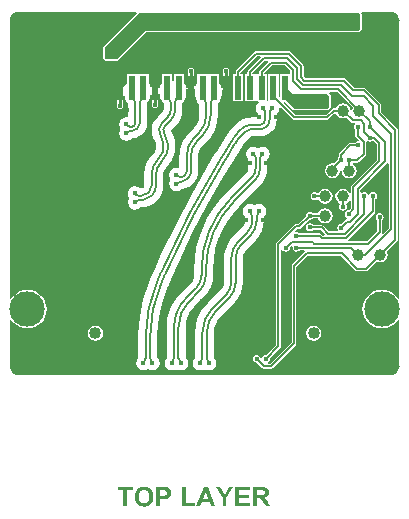
<source format=gtl>
G04*
G04 #@! TF.GenerationSoftware,Altium Limited,Altium Designer,22.5.1 (42)*
G04*
G04 Layer_Physical_Order=1*
G04 Layer_Color=255*
%FSLAX25Y25*%
%MOIN*%
G70*
G04*
G04 #@! TF.SameCoordinates,A2539C74-7FEE-43BD-A04A-5197B4AA8E51*
G04*
G04*
G04 #@! TF.FilePolarity,Positive*
G04*
G01*
G75*
%ADD12R,0.02402X0.07874*%
%ADD13R,0.10551X0.14173*%
%ADD14C,0.03937*%
%ADD21C,0.00755*%
%ADD22C,0.00755*%
%ADD23C,0.00600*%
%ADD24C,0.01000*%
%ADD25C,0.04016*%
%ADD26C,0.11811*%
%ADD27C,0.01600*%
G36*
X121789Y99004D02*
X122514Y98704D01*
X123137Y98226D01*
X123615Y97604D01*
X123915Y96879D01*
X124012Y96144D01*
X124003Y96100D01*
Y3593D01*
X123518Y3471D01*
X123462Y3576D01*
X122661Y4551D01*
X121686Y5352D01*
X120573Y5946D01*
X119366Y6313D01*
X118110Y6436D01*
X116855Y6313D01*
X115647Y5946D01*
X114534Y5352D01*
X113559Y4551D01*
X112759Y3576D01*
X112164Y2463D01*
X111797Y1256D01*
X111674Y0D01*
X111797Y-1256D01*
X112164Y-2463D01*
X112759Y-3576D01*
X113559Y-4551D01*
X114534Y-5352D01*
X115647Y-5946D01*
X116855Y-6313D01*
X118110Y-6436D01*
X119366Y-6313D01*
X120573Y-5946D01*
X121686Y-5352D01*
X122661Y-4551D01*
X123462Y-3576D01*
X123518Y-3471D01*
X124003Y-3593D01*
Y-18900D01*
X124012Y-18943D01*
X123915Y-19678D01*
X123615Y-20403D01*
X123137Y-21025D01*
X122514Y-21503D01*
X121789Y-21803D01*
X121054Y-21900D01*
X121011Y-21891D01*
X-2901D01*
X-2944Y-21900D01*
X-3679Y-21803D01*
X-4404Y-21503D01*
X-5027Y-21025D01*
X-5504Y-20403D01*
X-5805Y-19678D01*
X-5901Y-18943D01*
X-5893Y-18900D01*
Y-3593D01*
X-5408Y-3471D01*
X-5352Y-3576D01*
X-4551Y-4551D01*
X-3576Y-5352D01*
X-2463Y-5946D01*
X-1256Y-6313D01*
X0Y-6436D01*
X1256Y-6313D01*
X2463Y-5946D01*
X3576Y-5352D01*
X4551Y-4551D01*
X5352Y-3576D01*
X5946Y-2463D01*
X6313Y-1256D01*
X6436Y0D01*
X6313Y1256D01*
X5946Y2463D01*
X5352Y3576D01*
X4551Y4551D01*
X3576Y5352D01*
X2463Y5946D01*
X1256Y6313D01*
X0Y6436D01*
X-1256Y6313D01*
X-2463Y5946D01*
X-3576Y5352D01*
X-4551Y4551D01*
X-5352Y3576D01*
X-5408Y3471D01*
X-5893Y3593D01*
Y96100D01*
X-5901Y96144D01*
X-5805Y96879D01*
X-5504Y97604D01*
X-5027Y98226D01*
X-4404Y98704D01*
X-3679Y99004D01*
X-2944Y99101D01*
X-2901Y99092D01*
X36198D01*
X36389Y98630D01*
X25445Y87687D01*
X25287Y87304D01*
X25287Y87304D01*
Y83804D01*
X25287Y83804D01*
X25445Y83421D01*
X25445Y83421D01*
X25945Y82921D01*
X26328Y82763D01*
X26328Y82763D01*
X29828D01*
X29828Y82763D01*
X30211Y82921D01*
X39552Y92263D01*
X110328D01*
X110328Y92263D01*
X110711Y92421D01*
X110711Y92421D01*
X111211Y92921D01*
X111369Y93304D01*
X111369Y93304D01*
Y98304D01*
X111369Y98304D01*
X111250Y98592D01*
X111458Y99092D01*
X121011D01*
X121054Y99101D01*
X121789Y99004D01*
D02*
G37*
G36*
X110828Y98304D02*
Y93304D01*
X110328Y92804D01*
X39328D01*
X29828Y83304D01*
X26328D01*
X25828Y83804D01*
Y87304D01*
X37328Y98804D01*
X110328D01*
X110828Y98304D01*
D02*
G37*
G36*
X66330Y-63015D02*
Y-65698D01*
X65035D01*
Y-63006D01*
X62695Y-59297D01*
X64202D01*
X65710Y-61831D01*
X67181Y-59297D01*
X68670D01*
X66330Y-63015D01*
D02*
G37*
G36*
X78262Y-59306D02*
X78364D01*
X78466Y-59315D01*
X78586D01*
X78826Y-59343D01*
X79076Y-59371D01*
X79308Y-59417D01*
X79409Y-59445D01*
X79502Y-59472D01*
X79511D01*
X79520Y-59482D01*
X79576Y-59509D01*
X79659Y-59556D01*
X79770Y-59611D01*
X79890Y-59704D01*
X80010Y-59805D01*
X80131Y-59935D01*
X80242Y-60092D01*
Y-60101D01*
X80251Y-60111D01*
X80269Y-60138D01*
X80288Y-60166D01*
X80334Y-60259D01*
X80390Y-60379D01*
X80436Y-60527D01*
X80482Y-60693D01*
X80519Y-60888D01*
X80528Y-61091D01*
Y-61100D01*
Y-61119D01*
Y-61165D01*
X80519Y-61211D01*
Y-61276D01*
X80510Y-61341D01*
X80473Y-61507D01*
X80427Y-61702D01*
X80353Y-61896D01*
X80242Y-62099D01*
X80177Y-62192D01*
X80103Y-62284D01*
X80094Y-62294D01*
X80085Y-62303D01*
X80057Y-62331D01*
X80020Y-62358D01*
X79983Y-62395D01*
X79927Y-62442D01*
X79862Y-62488D01*
X79789Y-62534D01*
X79705Y-62590D01*
X79603Y-62636D01*
X79502Y-62682D01*
X79391Y-62728D01*
X79261Y-62775D01*
X79132Y-62812D01*
X78993Y-62849D01*
X78836Y-62876D01*
X78845D01*
X78854Y-62886D01*
X78910Y-62923D01*
X78984Y-62969D01*
X79076Y-63034D01*
X79187Y-63117D01*
X79298Y-63200D01*
X79418Y-63302D01*
X79520Y-63413D01*
X79530Y-63422D01*
X79576Y-63468D01*
X79631Y-63542D01*
X79715Y-63653D01*
X79826Y-63792D01*
X79881Y-63885D01*
X79946Y-63977D01*
X80020Y-64079D01*
X80094Y-64190D01*
X80177Y-64319D01*
X80260Y-64449D01*
X81046Y-65698D01*
X79492D01*
X78567Y-64310D01*
X78558Y-64301D01*
X78549Y-64273D01*
X78521Y-64236D01*
X78484Y-64190D01*
X78447Y-64134D01*
X78401Y-64060D01*
X78299Y-63912D01*
X78179Y-63746D01*
X78068Y-63598D01*
X77966Y-63459D01*
X77920Y-63413D01*
X77883Y-63367D01*
X77874Y-63357D01*
X77855Y-63339D01*
X77818Y-63302D01*
X77772Y-63256D01*
X77707Y-63219D01*
X77643Y-63172D01*
X77569Y-63135D01*
X77495Y-63098D01*
X77485D01*
X77457Y-63089D01*
X77411Y-63071D01*
X77337Y-63061D01*
X77245Y-63043D01*
X77134Y-63034D01*
X77004Y-63024D01*
X76588D01*
Y-65698D01*
X75293D01*
Y-59297D01*
X78179D01*
X78262Y-59306D01*
D02*
G37*
G36*
X74072Y-60379D02*
X70622D01*
Y-61794D01*
X73831D01*
Y-62876D01*
X70622D01*
Y-64615D01*
X74192D01*
Y-65698D01*
X69327D01*
Y-59297D01*
X74072D01*
Y-60379D01*
D02*
G37*
G36*
X62667Y-65698D02*
X61270D01*
X60715Y-64245D01*
X58144Y-64245D01*
X57616Y-65698D01*
X56247D01*
X58726Y-59297D01*
X60095D01*
X62667Y-65698D01*
D02*
G37*
G36*
X52760Y-64615D02*
X55979D01*
Y-65698D01*
X51465D01*
Y-59343D01*
X52760D01*
Y-64615D01*
D02*
G37*
G36*
X45443Y-59306D02*
X45684D01*
X45943Y-59324D01*
X46202Y-59343D01*
X46313Y-59352D01*
X46424Y-59361D01*
X46516Y-59380D01*
X46590Y-59398D01*
X46600D01*
X46618Y-59408D01*
X46646Y-59417D01*
X46683Y-59426D01*
X46784Y-59472D01*
X46914Y-59528D01*
X47053Y-59611D01*
X47210Y-59722D01*
X47358Y-59861D01*
X47506Y-60027D01*
Y-60037D01*
X47524Y-60046D01*
X47543Y-60074D01*
X47561Y-60111D01*
X47598Y-60166D01*
X47626Y-60222D01*
X47663Y-60286D01*
X47700Y-60360D01*
X47765Y-60545D01*
X47830Y-60749D01*
X47867Y-60999D01*
X47885Y-61267D01*
Y-61276D01*
Y-61295D01*
Y-61322D01*
Y-61369D01*
X47876Y-61415D01*
Y-61480D01*
X47857Y-61609D01*
X47830Y-61766D01*
X47793Y-61942D01*
X47737Y-62109D01*
X47663Y-62266D01*
X47654Y-62284D01*
X47626Y-62331D01*
X47580Y-62405D01*
X47515Y-62497D01*
X47441Y-62590D01*
X47339Y-62701D01*
X47238Y-62802D01*
X47117Y-62895D01*
X47099Y-62904D01*
X47062Y-62932D01*
X46997Y-62969D01*
X46914Y-63015D01*
X46812Y-63071D01*
X46701Y-63117D01*
X46581Y-63163D01*
X46452Y-63200D01*
X46433D01*
X46405Y-63209D01*
X46368D01*
X46322Y-63219D01*
X46257Y-63228D01*
X46192Y-63237D01*
X46109D01*
X46026Y-63246D01*
X45924Y-63256D01*
X45813Y-63265D01*
X45693Y-63274D01*
X45564D01*
X45425Y-63283D01*
X44278D01*
Y-65698D01*
X42983D01*
Y-59297D01*
X45342D01*
X45443Y-59306D01*
D02*
G37*
G36*
X35185Y-60379D02*
X33298D01*
Y-65698D01*
X32003D01*
Y-60379D01*
X30107D01*
Y-59297D01*
X35185D01*
Y-60379D01*
D02*
G37*
G36*
X38987Y-59186D02*
X39079D01*
X39200Y-59204D01*
X39338Y-59223D01*
X39496Y-59250D01*
X39662Y-59287D01*
X39838Y-59334D01*
X40023Y-59389D01*
X40208Y-59463D01*
X40402Y-59546D01*
X40587Y-59648D01*
X40772Y-59768D01*
X40948Y-59907D01*
X41114Y-60064D01*
X41124Y-60074D01*
X41151Y-60101D01*
X41197Y-60157D01*
X41244Y-60222D01*
X41309Y-60314D01*
X41383Y-60425D01*
X41456Y-60555D01*
X41540Y-60703D01*
X41623Y-60860D01*
X41697Y-61045D01*
X41771Y-61248D01*
X41836Y-61461D01*
X41891Y-61702D01*
X41928Y-61951D01*
X41956Y-62220D01*
X41965Y-62506D01*
Y-62525D01*
Y-62571D01*
X41956Y-62654D01*
Y-62765D01*
X41938Y-62895D01*
X41919Y-63043D01*
X41891Y-63219D01*
X41864Y-63394D01*
X41817Y-63589D01*
X41762Y-63792D01*
X41688Y-63996D01*
X41605Y-64199D01*
X41512Y-64393D01*
X41392Y-64588D01*
X41262Y-64773D01*
X41114Y-64948D01*
X41105Y-64958D01*
X41077Y-64985D01*
X41031Y-65032D01*
X40957Y-65087D01*
X40874Y-65152D01*
X40772Y-65226D01*
X40652Y-65300D01*
X40522Y-65383D01*
X40365Y-65466D01*
X40198Y-65540D01*
X40014Y-65614D01*
X39810Y-65679D01*
X39597Y-65735D01*
X39366Y-65781D01*
X39125Y-65809D01*
X38866Y-65818D01*
X38802D01*
X38728Y-65809D01*
X38635Y-65799D01*
X38515Y-65790D01*
X38376Y-65772D01*
X38219Y-65744D01*
X38052Y-65707D01*
X37868Y-65661D01*
X37692Y-65605D01*
X37497Y-65531D01*
X37312Y-65448D01*
X37118Y-65355D01*
X36942Y-65235D01*
X36767Y-65106D01*
X36600Y-64948D01*
X36591Y-64939D01*
X36563Y-64911D01*
X36526Y-64856D01*
X36471Y-64791D01*
X36406Y-64699D01*
X36332Y-64588D01*
X36258Y-64467D01*
X36184Y-64319D01*
X36101Y-64162D01*
X36027Y-63977D01*
X35953Y-63783D01*
X35888Y-63570D01*
X35833Y-63339D01*
X35796Y-63089D01*
X35768Y-62821D01*
X35759Y-62543D01*
Y-62534D01*
Y-62497D01*
Y-62451D01*
X35768Y-62377D01*
Y-62294D01*
X35777Y-62201D01*
X35786Y-62090D01*
X35796Y-61970D01*
X35833Y-61711D01*
X35879Y-61433D01*
X35953Y-61156D01*
X36045Y-60897D01*
Y-60888D01*
X36055Y-60878D01*
X36073Y-60851D01*
X36082Y-60814D01*
X36138Y-60721D01*
X36202Y-60601D01*
X36286Y-60462D01*
X36388Y-60323D01*
X36508Y-60166D01*
X36637Y-60018D01*
X36647Y-60009D01*
X36656Y-60000D01*
X36702Y-59953D01*
X36785Y-59879D01*
X36887Y-59796D01*
X37007Y-59704D01*
X37146Y-59602D01*
X37303Y-59509D01*
X37470Y-59435D01*
X37479D01*
X37497Y-59426D01*
X37534Y-59408D01*
X37581Y-59398D01*
X37636Y-59371D01*
X37701Y-59352D01*
X37784Y-59334D01*
X37868Y-59306D01*
X38071Y-59260D01*
X38302Y-59213D01*
X38570Y-59186D01*
X38848Y-59176D01*
X38913D01*
X38987Y-59186D01*
D02*
G37*
%LPC*%
G36*
X87092Y85984D02*
X87092Y85984D01*
X76192D01*
X76192Y85984D01*
X75880Y85922D01*
X75615Y85745D01*
X75615Y85745D01*
X69590Y79720D01*
X69413Y79455D01*
X69351Y79143D01*
X69351Y79143D01*
Y78239D01*
X68466D01*
Y69365D01*
X71867D01*
Y78239D01*
X70983D01*
Y78805D01*
X76530Y84352D01*
X77516D01*
X77723Y83852D01*
X73527Y79657D01*
X73350Y79392D01*
X73288Y79080D01*
X73288Y79080D01*
Y78239D01*
X72403D01*
Y69365D01*
X75804D01*
Y78239D01*
X74920D01*
Y78742D01*
X79030Y82852D01*
X80016D01*
X80223Y82352D01*
X77464Y79594D01*
X77287Y79329D01*
X77225Y79017D01*
X77225Y79017D01*
Y78239D01*
X76340D01*
Y69365D01*
X76992D01*
X77144Y68865D01*
X76794Y68632D01*
X76269Y67845D01*
X76215Y67574D01*
X76171Y67435D01*
Y67435D01*
X76171Y67435D01*
X76134Y67265D01*
X76134Y67265D01*
X76134Y67265D01*
X76112Y67092D01*
X76112Y67092D01*
X76112Y67092D01*
X76110Y67045D01*
X76084Y66918D01*
X76110Y66790D01*
X76112Y66743D01*
X76112Y66743D01*
X76112Y66743D01*
X76134Y66570D01*
X76134Y66570D01*
X76134Y66570D01*
X76171Y66400D01*
X76171Y66400D01*
Y66400D01*
X76215Y66263D01*
X76269Y65990D01*
X76794Y65204D01*
X76857Y65141D01*
Y63890D01*
X74621D01*
X74495Y63865D01*
X73244Y63741D01*
X71921Y63340D01*
X70702Y62688D01*
X69730Y61891D01*
X69624Y61820D01*
X69624D01*
Y61820D01*
X68624Y60821D01*
X68623Y60822D01*
X67018Y58942D01*
X66541Y58164D01*
X66360Y57971D01*
X66360Y57971D01*
X66360Y57970D01*
X62761Y52156D01*
X62677Y51932D01*
X59800Y47274D01*
X54410Y37808D01*
X49361Y28156D01*
X44660Y18330D01*
X42581Y13554D01*
X42445Y13358D01*
X40947Y9917D01*
X40900Y9702D01*
X39867Y7209D01*
X38624Y3263D01*
X37728Y-775D01*
X37188Y-4876D01*
X37008Y-9000D01*
X37006Y-9009D01*
Y-15823D01*
X36944Y-16297D01*
Y-16297D01*
X36418Y-17083D01*
X36362Y-17368D01*
X36322Y-17494D01*
Y-17494D01*
X36322Y-17494D01*
X36285Y-17664D01*
X36285Y-17664D01*
X36285Y-17664D01*
X36263Y-17837D01*
X36263Y-17837D01*
X36263Y-17837D01*
X36261Y-17874D01*
X36234Y-18011D01*
X36261Y-18148D01*
X36263Y-18186D01*
X36263Y-18186D01*
X36263Y-18186D01*
X36285Y-18359D01*
X36285Y-18359D01*
X36285Y-18359D01*
X36322Y-18529D01*
X36322Y-18529D01*
Y-18529D01*
X36362Y-18654D01*
X36418Y-18939D01*
X36944Y-19725D01*
X37730Y-20251D01*
X38658Y-20435D01*
X39586Y-20251D01*
X39943Y-20012D01*
X40373D01*
X40730Y-20251D01*
X41658Y-20435D01*
X42586Y-20251D01*
X43372Y-19725D01*
X43898Y-18939D01*
X43955Y-18652D01*
X43993Y-18529D01*
Y-18529D01*
X43993Y-18529D01*
X44032Y-18359D01*
X44032Y-18359D01*
X44032Y-18359D01*
X44055Y-18186D01*
X44055Y-18186D01*
X44055Y-18186D01*
X44057Y-18137D01*
X44082Y-18011D01*
X44057Y-17885D01*
X44055Y-17837D01*
X44055Y-17837D01*
X44055Y-17837D01*
X44032Y-17664D01*
X44032Y-17664D01*
X44032Y-17664D01*
X43993Y-17494D01*
X43993Y-17494D01*
Y-17494D01*
X43955Y-17370D01*
X43898Y-17083D01*
X43372Y-16297D01*
Y-16297D01*
X43310Y-15823D01*
Y-9009D01*
X43273Y-8823D01*
X43462Y-4975D01*
X44054Y-979D01*
X45036Y2940D01*
X46397Y6743D01*
X46669Y7318D01*
X46726Y7401D01*
X48223Y10839D01*
X48227Y10841D01*
X48227D01*
X50355Y15730D01*
X54960Y25354D01*
X59905Y34808D01*
X65185Y44079D01*
X68124Y48837D01*
X68121Y48838D01*
X71389Y54119D01*
X71411Y54143D01*
X71729Y54655D01*
X71770Y54765D01*
X71871Y54956D01*
X72734Y56007D01*
X73081Y56363D01*
X73081Y56363D01*
X74081Y57363D01*
X74081Y57363D01*
X74081Y57364D01*
X74098Y57388D01*
X74324Y57539D01*
X74592Y57592D01*
X74621Y57586D01*
X77488D01*
Y57585D01*
X78957Y57778D01*
X80325Y58345D01*
X81500Y59246D01*
X82402Y60421D01*
X82969Y61790D01*
X83162Y63258D01*
X83160D01*
Y65141D01*
X83223Y65204D01*
X83748Y65990D01*
X83804Y66273D01*
X83844Y66400D01*
Y66400D01*
X83844Y66400D01*
X83882Y66570D01*
X83882Y66570D01*
X83882Y66570D01*
X83905Y66743D01*
X83905Y66743D01*
X83905Y66743D01*
X83907Y66789D01*
X83933Y66918D01*
X83907Y67047D01*
X83905Y67092D01*
X84246Y67406D01*
X84353Y67448D01*
X88342Y63460D01*
X88342Y63460D01*
X88607Y63283D01*
X88919Y63221D01*
X99990D01*
X99990Y63221D01*
X100302Y63283D01*
X100566Y63460D01*
X102337Y65230D01*
X102600Y65217D01*
X102880Y65162D01*
X103397Y64388D01*
X104214Y63843D01*
X105177Y63651D01*
X106140Y63843D01*
X106265Y63926D01*
X107795Y62396D01*
X108060Y62220D01*
X108372Y62157D01*
X108372Y62157D01*
X108891D01*
X109017Y61967D01*
X109112Y61657D01*
X108880Y61311D01*
X108780Y60804D01*
X108880Y60297D01*
X109168Y59867D01*
X109289Y59785D01*
Y57814D01*
X109289Y57814D01*
X109351Y57502D01*
X109528Y57237D01*
X110398Y56367D01*
X110211Y55972D01*
X110160Y55898D01*
X109670Y55801D01*
X109240Y55513D01*
X109159Y55392D01*
X107629D01*
X107316Y55330D01*
X107052Y55153D01*
X107052Y55153D01*
X104000Y52101D01*
X103823Y51837D01*
X103761Y51525D01*
X103761Y51525D01*
Y50687D01*
X103640Y50605D01*
X103352Y50175D01*
X103252Y49668D01*
X103280Y49525D01*
X102314Y48558D01*
X101677Y48685D01*
X100714Y48493D01*
X99897Y47948D01*
X99352Y47131D01*
X99160Y46168D01*
X99352Y45205D01*
X99897Y44388D01*
X100714Y43843D01*
X101677Y43651D01*
X102640Y43843D01*
X103457Y44388D01*
X104002Y45205D01*
X104120Y45799D01*
X104172Y46059D01*
X104682D01*
X104734Y45799D01*
X104852Y45205D01*
X105397Y44388D01*
X106214Y43843D01*
X107177Y43651D01*
X108140Y43843D01*
X108957Y44388D01*
X109502Y45205D01*
X109694Y46168D01*
X109502Y47131D01*
X108957Y47948D01*
X108351Y48352D01*
X108503Y48852D01*
X109990D01*
X109990Y48852D01*
X110302Y48914D01*
X110567Y49091D01*
X112745Y51269D01*
X112745Y51269D01*
X112922Y51534D01*
X112984Y51846D01*
X112984Y51846D01*
Y55751D01*
X112984Y55751D01*
X112973Y55808D01*
X113423Y56109D01*
X113670Y55943D01*
X114177Y55843D01*
X114684Y55943D01*
X115114Y56231D01*
X115561Y55999D01*
X116512Y55048D01*
Y49657D01*
X108100Y41245D01*
X107923Y40980D01*
X107861Y40668D01*
X107861Y40668D01*
Y38994D01*
X107361Y38842D01*
X106957Y39448D01*
X106140Y39993D01*
X105177Y40185D01*
X104214Y39993D01*
X103397Y39448D01*
X102852Y38631D01*
X102660Y37668D01*
X102852Y36705D01*
X103397Y35888D01*
X103957Y35514D01*
X104174Y35200D01*
X104085Y34873D01*
X103952Y34675D01*
X103851Y34168D01*
X103952Y33661D01*
X104240Y33231D01*
X104670Y32943D01*
X105177Y32842D01*
X105684Y32943D01*
X106114Y33231D01*
X106402Y33661D01*
X106502Y34168D01*
X106402Y34675D01*
X106269Y34873D01*
X106179Y35200D01*
X106397Y35514D01*
X106957Y35888D01*
X107361Y36494D01*
X107861Y36342D01*
Y33606D01*
X107220Y32965D01*
X107077Y32994D01*
X106570Y32893D01*
X106140Y32605D01*
X105852Y32175D01*
X105752Y31668D01*
X105852Y31161D01*
X106140Y30731D01*
X106535Y30466D01*
X106543Y30375D01*
X106544Y30327D01*
X106461Y29961D01*
X106265Y29921D01*
X106000Y29745D01*
X104720Y28465D01*
X104577Y28493D01*
X104070Y28393D01*
X103640Y28105D01*
X103352Y27675D01*
X103252Y27168D01*
X103352Y26661D01*
X103463Y26495D01*
X103196Y25995D01*
X100475D01*
X98589Y27881D01*
X98324Y28058D01*
X98012Y28120D01*
X98012Y28120D01*
X95196D01*
X95114Y28241D01*
X94684Y28529D01*
X94177Y28629D01*
X93670Y28529D01*
X93240Y28241D01*
X92952Y27811D01*
X92852Y27304D01*
X92952Y26797D01*
X93240Y26367D01*
X93670Y26079D01*
X94177Y25978D01*
X94684Y26079D01*
X95114Y26367D01*
X95196Y26488D01*
X97674D01*
X99179Y24984D01*
X98993Y24535D01*
X98510Y24488D01*
X97954Y25045D01*
X97689Y25222D01*
X97377Y25284D01*
X97377Y25284D01*
X90696D01*
X90614Y25405D01*
X90184Y25693D01*
X89677Y25793D01*
X89417Y25742D01*
X89171Y26202D01*
X89744Y26776D01*
X90601D01*
X90601Y26776D01*
X90913Y26838D01*
X91177Y27015D01*
X94034Y29871D01*
X94177Y29842D01*
X94684Y29943D01*
X95114Y30231D01*
X95196Y30352D01*
X96822D01*
X96852Y30205D01*
X97397Y29388D01*
X98214Y28843D01*
X99177Y28651D01*
X100140Y28843D01*
X100957Y29388D01*
X101502Y30205D01*
X101694Y31168D01*
X101502Y32131D01*
X100957Y32948D01*
X100140Y33493D01*
X99177Y33685D01*
X98214Y33493D01*
X97397Y32948D01*
X96852Y32131D01*
X96822Y31984D01*
X95196D01*
X95114Y32105D01*
X94684Y32393D01*
X94177Y32493D01*
X93670Y32393D01*
X93240Y32105D01*
X92952Y31675D01*
X92852Y31168D01*
X92880Y31025D01*
X90263Y28407D01*
X89406D01*
X89406Y28407D01*
X89094Y28345D01*
X88829Y28168D01*
X88829Y28168D01*
X83100Y22439D01*
X82923Y22175D01*
X82861Y21862D01*
X82861Y21862D01*
Y-12044D01*
X79670Y-15235D01*
X79527Y-15206D01*
X79020Y-15307D01*
X78590Y-15595D01*
X78302Y-16025D01*
X78300Y-16038D01*
X78163Y-16181D01*
X77737Y-16304D01*
X77642Y-16228D01*
X77602Y-16025D01*
X77314Y-15595D01*
X76884Y-15307D01*
X76377Y-15206D01*
X75870Y-15307D01*
X75440Y-15595D01*
X75152Y-16025D01*
X75051Y-16532D01*
X75152Y-17039D01*
X75440Y-17469D01*
X75870Y-17757D01*
X76377Y-17857D01*
X76520Y-17829D01*
X78276Y-19584D01*
X78541Y-19761D01*
X78853Y-19823D01*
X78853Y-19823D01*
X81201D01*
X81201Y-19823D01*
X81513Y-19761D01*
X81778Y-19584D01*
X89412Y-11950D01*
X89589Y-11686D01*
X89651Y-11374D01*
X89651Y-11374D01*
Y14048D01*
X93364Y17761D01*
X104371D01*
X109290Y12842D01*
X109290Y12842D01*
X109554Y12665D01*
X109867Y12603D01*
X112927D01*
X112927Y12603D01*
X113240Y12665D01*
X113504Y12842D01*
X116589Y15926D01*
X116714Y15843D01*
X117677Y15651D01*
X118640Y15843D01*
X119457Y16388D01*
X120002Y17205D01*
X120194Y18168D01*
X120002Y19131D01*
X119919Y19256D01*
X123254Y22591D01*
X123254Y22591D01*
X123431Y22856D01*
X123493Y23168D01*
X123493Y23168D01*
Y59688D01*
X123493Y59688D01*
X123431Y60000D01*
X123254Y60265D01*
X117898Y65620D01*
Y68062D01*
X117898Y68062D01*
X117836Y68374D01*
X117660Y68639D01*
X117659Y68639D01*
X112755Y73544D01*
X112490Y73721D01*
X112178Y73783D01*
X112178Y73783D01*
X109009D01*
X106047Y76745D01*
X105782Y76922D01*
X105470Y76984D01*
X105470Y76984D01*
X92620D01*
X92037Y77566D01*
Y81038D01*
X91975Y81350D01*
X91799Y81615D01*
X91799Y81615D01*
X87669Y85745D01*
X87404Y85922D01*
X87092Y85984D01*
D02*
G37*
G36*
X66229Y80524D02*
X65839Y80446D01*
X65508Y80225D01*
X65287Y79894D01*
X65209Y79504D01*
X65210Y79499D01*
Y74214D01*
X65018Y73812D01*
X64993Y73811D01*
X64657Y74102D01*
X64533Y74730D01*
X64007Y75516D01*
X63993Y75525D01*
Y78239D01*
X60592D01*
Y76156D01*
X60308Y75993D01*
X60056Y76141D01*
Y78239D01*
X56655D01*
Y75525D01*
X56642Y75516D01*
X56116Y74730D01*
X55992Y74102D01*
X55656Y73811D01*
X55630Y73812D01*
X55439Y74214D01*
Y79503D01*
X55361Y79893D01*
X55140Y80224D01*
X55139Y80225D01*
X54808Y80446D01*
X54418Y80524D01*
X54028Y80446D01*
X53697Y80225D01*
X53476Y79894D01*
X53398Y79504D01*
X53399Y79499D01*
Y74214D01*
X53207Y73812D01*
X53182Y73811D01*
X52846Y74102D01*
X52722Y74730D01*
X52196Y75516D01*
X52182Y75525D01*
Y78239D01*
X48781D01*
Y76157D01*
X48496Y75993D01*
X48245Y76141D01*
Y78239D01*
X44844D01*
Y75525D01*
X44831Y75516D01*
X44305Y74730D01*
X44121Y73802D01*
X43628D01*
X43550Y74192D01*
X43329Y74523D01*
X42998Y74744D01*
X42608Y74822D01*
X42218Y74744D01*
X41887Y74523D01*
X41666Y74192D01*
X41588Y73802D01*
X41095D01*
X40911Y74730D01*
X40385Y75516D01*
X40371Y75525D01*
Y78239D01*
X36970D01*
Y76157D01*
X36684Y75993D01*
X36434Y76140D01*
Y78239D01*
X33033D01*
Y75525D01*
X33020Y75516D01*
X32494Y74730D01*
X32310Y73802D01*
X31817D01*
X31739Y74192D01*
X31518Y74523D01*
X31187Y74744D01*
X30797Y74822D01*
X30407Y74744D01*
X30076Y74523D01*
X29855Y74192D01*
X29777Y73802D01*
Y67804D01*
X29855Y67414D01*
X30076Y67083D01*
X30407Y66862D01*
X30797Y66784D01*
X31187Y66862D01*
X31518Y67083D01*
X31739Y67414D01*
X31817Y67804D01*
Y71695D01*
X32310Y71711D01*
X32331Y71607D01*
X32475Y70513D01*
X32937Y69397D01*
X33281Y68948D01*
X33578Y68561D01*
X33579Y68099D01*
Y64426D01*
X33505Y64294D01*
X33191Y64026D01*
X33114Y63998D01*
X33079Y63999D01*
X32977Y64020D01*
X32850Y63994D01*
X32802Y63992D01*
X32802Y63992D01*
X32802Y63992D01*
X32629Y63970D01*
X32629Y63970D01*
X32629Y63970D01*
X32459Y63933D01*
X32459Y63933D01*
X32459D01*
X32321Y63889D01*
X32049Y63835D01*
X31263Y63310D01*
X30737Y62523D01*
X30553Y61595D01*
X30737Y60668D01*
X30976Y60311D01*
Y59880D01*
X30737Y59523D01*
X30553Y58596D01*
X30737Y57668D01*
X31263Y56881D01*
X32049Y56356D01*
X32331Y56300D01*
X32459Y56260D01*
X32459D01*
X32459Y56260D01*
X32629Y56222D01*
X32629Y56222D01*
X32629Y56222D01*
X32802Y56199D01*
X32802Y56199D01*
X32802Y56199D01*
X32848Y56197D01*
X32977Y56171D01*
X33106Y56197D01*
X33151Y56199D01*
X33151Y56199D01*
X33151Y56199D01*
X33324Y56222D01*
X33324Y56222D01*
X33324Y56222D01*
X33494Y56260D01*
X33494Y56260D01*
X33494D01*
X33622Y56300D01*
X33905Y56356D01*
X34691Y56881D01*
X34762Y56953D01*
X36052Y57122D01*
X37297Y57638D01*
X38367Y58459D01*
X39187Y59528D01*
X39703Y60774D01*
X39875Y62075D01*
X39882Y62111D01*
Y68612D01*
X39863Y68707D01*
X39875Y68766D01*
X39880Y68778D01*
X40330Y69365D01*
X40371D01*
Y69419D01*
X40477Y69556D01*
X40932Y70656D01*
X41073Y71723D01*
X41095Y71836D01*
X41588Y71820D01*
Y68024D01*
X41666Y67634D01*
X41887Y67303D01*
X42218Y67082D01*
X42608Y67004D01*
X42998Y67082D01*
X43329Y67303D01*
X43550Y67634D01*
X43628Y68024D01*
Y71593D01*
X44121Y71609D01*
X44149Y71470D01*
X44278Y70483D01*
X44713Y69434D01*
X45319Y68644D01*
X45362Y68580D01*
Y66642D01*
X45373Y66586D01*
X45282Y66127D01*
X45022Y65738D01*
X44974Y65706D01*
X43415Y64147D01*
X43060Y63795D01*
X43060Y63795D01*
X42769Y63415D01*
X42158Y62619D01*
X41591Y61249D01*
X41474Y60360D01*
X41409Y59886D01*
X41409Y59885D01*
X41409D01*
X41400Y59840D01*
X41412Y59781D01*
X41412Y59756D01*
X41447Y59403D01*
X41545Y58406D01*
X41939Y57108D01*
X42440Y56170D01*
X42579Y55911D01*
X42682Y55733D01*
X42879Y55304D01*
X42928Y55058D01*
X42917Y55005D01*
Y53754D01*
X42842Y53288D01*
X42842Y53288D01*
X42496Y52451D01*
X41727Y51450D01*
X41588Y51357D01*
X41588Y51357D01*
X41588Y51357D01*
X41565Y51322D01*
X40492Y50015D01*
X39676Y48489D01*
X39174Y46832D01*
X39008Y45149D01*
X39000Y45109D01*
X39000D01*
X39000Y45109D01*
Y41313D01*
X39005Y41286D01*
X38955Y41031D01*
X38811Y40816D01*
X38788Y40801D01*
X38462Y40475D01*
X38461Y40474D01*
X38436Y40438D01*
X38019Y40239D01*
X37962Y40228D01*
X37938Y40232D01*
X37932Y40232D01*
X37930Y40232D01*
X37928Y40232D01*
X37593D01*
X37530Y40295D01*
X36744Y40820D01*
X36471Y40875D01*
X36333Y40918D01*
X36333D01*
X36333Y40918D01*
X36163Y40955D01*
X36163Y40955D01*
X36163Y40955D01*
X35990Y40977D01*
X35990Y40977D01*
X35990Y40977D01*
X35943Y40979D01*
X35816Y41005D01*
X35689Y40979D01*
X35641Y40977D01*
X35640Y40977D01*
X35640Y40977D01*
X35467Y40955D01*
X35467Y40955D01*
X35467Y40955D01*
X35297Y40918D01*
X35297Y40918D01*
X35297D01*
X35159Y40874D01*
X34888Y40820D01*
X34102Y40295D01*
X33576Y39508D01*
X33392Y38581D01*
X33576Y37653D01*
X33815Y37297D01*
Y36865D01*
X33576Y36508D01*
X33392Y35581D01*
X33576Y34653D01*
X34102Y33867D01*
X34888Y33341D01*
X35170Y33285D01*
X35297Y33245D01*
X35297D01*
X35297Y33245D01*
X35467Y33207D01*
X35467Y33207D01*
X35467Y33207D01*
X35640Y33184D01*
X35641Y33184D01*
X35641Y33184D01*
X35687Y33182D01*
X35816Y33157D01*
X35945Y33182D01*
X35990Y33184D01*
X35990Y33184D01*
X35990Y33184D01*
X36163Y33207D01*
X36163Y33207D01*
X36163Y33207D01*
X36333Y33245D01*
X36333Y33245D01*
X36333D01*
X36460Y33285D01*
X36744Y33341D01*
X37530Y33867D01*
X37593Y33929D01*
X37934Y33929D01*
X37937Y33929D01*
X37940Y33929D01*
Y33930D01*
X38066Y33955D01*
X38565Y34004D01*
X38654Y33986D01*
X38784Y34012D01*
X38965Y34005D01*
X39036Y34016D01*
X39162Y34063D01*
X39296Y34076D01*
X40606Y34473D01*
X41812Y35118D01*
X42840Y35962D01*
X42911Y36009D01*
X42911Y36010D01*
X43247Y36346D01*
X43247Y36346D01*
X43320Y36454D01*
X44109Y37417D01*
X44757Y38628D01*
X45156Y39942D01*
X45278Y41182D01*
X45303Y41309D01*
Y45106D01*
X45280Y45222D01*
X45454Y46096D01*
X45948Y46836D01*
X46024Y46887D01*
X46047Y46902D01*
X46071Y46938D01*
X46110Y46980D01*
X47264Y48331D01*
X48193Y49847D01*
X48566Y50749D01*
X48642Y50919D01*
X48731Y51052D01*
X48755Y51172D01*
X48755Y51172D01*
X48788Y51340D01*
X49064Y52249D01*
X49202Y53646D01*
X49221Y53743D01*
Y55005D01*
X49200Y55107D01*
X49065Y56478D01*
X48636Y57895D01*
X48068Y58956D01*
X47938Y59200D01*
X47938Y59200D01*
X47822Y59392D01*
X47811Y59408D01*
X47983Y59801D01*
X49431Y61249D01*
X49487Y61332D01*
X50371Y62410D01*
X51075Y63727D01*
X51509Y65156D01*
X51645Y66544D01*
X51665Y66642D01*
Y68650D01*
X52216Y69368D01*
X52729Y70605D01*
X52898Y71891D01*
X52906Y71932D01*
Y73348D01*
X53406Y73510D01*
X53477Y73412D01*
X53511Y73361D01*
X53698Y73081D01*
X54029Y72860D01*
X54419Y72782D01*
X54809Y72860D01*
X55140Y73081D01*
X55327Y73361D01*
X55361Y73412D01*
X55432Y73510D01*
X55932Y73348D01*
Y71488D01*
X55954Y71374D01*
X56095Y70310D01*
X56549Y69212D01*
X57173Y68400D01*
Y64573D01*
X57201Y64433D01*
X57021Y63064D01*
X56438Y61658D01*
X55598Y60562D01*
X55479Y60483D01*
X53793Y58797D01*
X53728Y58701D01*
X52714Y57513D01*
X51838Y56084D01*
X51197Y54535D01*
X50805Y52905D01*
X50683Y51348D01*
X50660Y51235D01*
Y47445D01*
X50441Y47190D01*
X50160Y47050D01*
X50154Y47052D01*
X50154D01*
X50154Y47052D01*
X49984Y47089D01*
X49984Y47089D01*
X49984Y47089D01*
X49811Y47111D01*
X49811Y47111D01*
X49811Y47111D01*
X49768Y47113D01*
X49637Y47139D01*
X49505Y47113D01*
X49461Y47111D01*
X49461Y47111D01*
X49461Y47111D01*
X49288Y47089D01*
X49288Y47089D01*
X49288Y47089D01*
X49118Y47052D01*
X49118Y47052D01*
X49118D01*
X48986Y47010D01*
X48709Y46954D01*
X47923Y46429D01*
X47397Y45643D01*
X47212Y44715D01*
X47397Y43787D01*
X47635Y43430D01*
Y42999D01*
X47397Y42643D01*
X47212Y41715D01*
X47397Y40787D01*
X47923Y40001D01*
X48709Y39475D01*
X48985Y39420D01*
X49118Y39379D01*
X49118D01*
X49118Y39379D01*
X49288Y39341D01*
X49288Y39341D01*
X49288Y39341D01*
X49461Y39318D01*
X49461Y39318D01*
X49461Y39318D01*
X49512Y39316D01*
X49637Y39291D01*
X49762Y39316D01*
X49811Y39318D01*
X49811Y39318D01*
X49811Y39318D01*
X49984Y39341D01*
X49984Y39341D01*
X49984Y39341D01*
X50154Y39379D01*
X50154Y39379D01*
X50154D01*
X50287Y39420D01*
X50564Y39475D01*
X51351Y40001D01*
X51439Y40090D01*
X52639Y40247D01*
X53957Y40794D01*
X55089Y41662D01*
X55089Y41663D01*
X55179Y41796D01*
X55872Y42641D01*
X56462Y43745D01*
X56825Y44942D01*
X56932Y46029D01*
X56963Y46187D01*
Y51235D01*
X56943Y51339D01*
X57080Y52380D01*
X57522Y53448D01*
X58161Y54280D01*
X58249Y54339D01*
X59935Y56026D01*
X59979Y56091D01*
X61160Y57473D01*
X62150Y59090D01*
X62875Y60841D01*
X63318Y62684D01*
X63461Y64496D01*
X63476Y64573D01*
Y68475D01*
X63549Y68589D01*
X64085Y69288D01*
X64551Y70414D01*
X64697Y71524D01*
X64717Y71622D01*
Y73348D01*
X65217Y73510D01*
X65288Y73412D01*
X65322Y73361D01*
X65509Y73081D01*
X65840Y72860D01*
X66230Y72782D01*
X66620Y72860D01*
X66951Y73081D01*
X67172Y73412D01*
X67250Y73802D01*
Y79503D01*
X67172Y79893D01*
X66951Y80224D01*
X66950Y80225D01*
X66619Y80446D01*
X66229Y80524D01*
D02*
G37*
G36*
X75313Y54220D02*
X74385Y54036D01*
X73599Y53510D01*
X73073Y52724D01*
X73018Y52446D01*
X72976Y52313D01*
Y52313D01*
X72976Y52313D01*
X72939Y52143D01*
X72939Y52143D01*
X72939Y52143D01*
X72917Y51970D01*
X72917Y51970D01*
X72917Y51970D01*
X72915Y51928D01*
X72889Y51796D01*
X72915Y51665D01*
X72917Y51621D01*
X72917Y51621D01*
X72917Y51621D01*
X72939Y51448D01*
X72939Y51448D01*
X72939Y51448D01*
X72976Y51278D01*
X72976Y51278D01*
Y51278D01*
X73018Y51145D01*
X73073Y50868D01*
X73599Y50082D01*
X73661Y50020D01*
Y46978D01*
X73677Y46897D01*
X73552Y46267D01*
X73418Y46067D01*
X73127Y45687D01*
X73127Y45687D01*
X73127Y45687D01*
X66161Y38722D01*
X66149Y38704D01*
X63792Y36103D01*
X61689Y33268D01*
X59874Y30239D01*
X58364Y27047D01*
X57175Y23723D01*
X56317Y20298D01*
X55799Y16805D01*
X55626Y13300D01*
X55622Y13278D01*
Y11402D01*
X55640Y11314D01*
X55521Y10415D01*
X55140Y9494D01*
X54832Y9093D01*
X54513Y8725D01*
X54513Y8725D01*
X54513Y8725D01*
X51066Y5278D01*
X51063Y5278D01*
X50747Y4908D01*
X49459Y3400D01*
X48169Y1294D01*
X47224Y-988D01*
X46647Y-3389D01*
X46453Y-5851D01*
X46455D01*
Y-16216D01*
X46455Y-16216D01*
X46442Y-16247D01*
X46393Y-16297D01*
X45867Y-17083D01*
X45812Y-17360D01*
X45770Y-17494D01*
Y-17494D01*
X45770Y-17494D01*
X45733Y-17664D01*
X45733Y-17664D01*
X45733Y-17664D01*
X45711Y-17837D01*
X45711Y-17837D01*
X45711Y-17837D01*
X45709Y-17880D01*
X45683Y-18011D01*
X45709Y-18141D01*
X45711Y-18186D01*
X45711Y-18186D01*
X45711Y-18186D01*
X45733Y-18359D01*
X45733Y-18359D01*
X45733Y-18359D01*
X45770Y-18529D01*
X45770Y-18529D01*
Y-18529D01*
X45812Y-18663D01*
X45867Y-18938D01*
X46393Y-19725D01*
X47179Y-20251D01*
X48107Y-20435D01*
X49034Y-20251D01*
X49392Y-20012D01*
X49822D01*
X50180Y-20251D01*
X51107Y-20435D01*
X52035Y-20251D01*
X52821Y-19725D01*
X53347Y-18938D01*
X53405Y-18643D01*
X53441Y-18529D01*
Y-18529D01*
X53441Y-18529D01*
X53480Y-18359D01*
X53480Y-18359D01*
X53480Y-18359D01*
X53503Y-18186D01*
X53503Y-18186D01*
X53503Y-18186D01*
X53505Y-18143D01*
X53531Y-18011D01*
X53505Y-17878D01*
X53503Y-17837D01*
X53503Y-17837D01*
X53503Y-17837D01*
X53480Y-17664D01*
X53480Y-17664D01*
X53480Y-17664D01*
X53441Y-17494D01*
X53441Y-17494D01*
Y-17494D01*
X53405Y-17379D01*
X53347Y-17083D01*
X52821Y-16297D01*
X52772Y-16247D01*
X52759Y-16216D01*
X52759D01*
X52759Y-16216D01*
Y-5851D01*
X52730Y-5709D01*
X52898Y-4002D01*
X53438Y-2225D01*
X54313Y-587D01*
X55175Y463D01*
X55522Y819D01*
X55522Y819D01*
X55522Y819D01*
X58969Y4267D01*
X58972Y4267D01*
X58972Y4267D01*
X58972Y4267D01*
X59279Y4640D01*
X60227Y5796D01*
X61159Y7540D01*
X61733Y9433D01*
X61927Y11402D01*
X61925D01*
Y13278D01*
X61892Y13448D01*
X62069Y16606D01*
X62627Y19892D01*
X63550Y23095D01*
X64825Y26175D01*
X66438Y29092D01*
X68367Y31810D01*
X70474Y34169D01*
X70618Y34265D01*
X77584Y41230D01*
X77626Y41294D01*
X78588Y42466D01*
X79339Y43870D01*
X79801Y45394D01*
X79950Y46904D01*
X79964Y46978D01*
Y50020D01*
X80027Y50082D01*
X80552Y50868D01*
X80607Y51145D01*
X80649Y51278D01*
Y51278D01*
X80649Y51278D01*
X80687Y51448D01*
X80687Y51448D01*
X80687Y51448D01*
X80710Y51621D01*
X80710Y51621D01*
X80710Y51621D01*
X80712Y51671D01*
X80737Y51796D01*
X80712Y51921D01*
X80710Y51970D01*
X80710Y51970D01*
X80710Y51970D01*
X80687Y52143D01*
X80687Y52143D01*
X80687Y52143D01*
X80649Y52313D01*
X80649Y52313D01*
Y52313D01*
X80608Y52446D01*
X80552Y52724D01*
X80027Y53510D01*
X79241Y54036D01*
X78313Y54220D01*
X77385Y54036D01*
X77028Y53797D01*
X76598D01*
X76240Y54036D01*
X75313Y54220D01*
D02*
G37*
G36*
X99177Y40185D02*
X98214Y39993D01*
X97397Y39448D01*
X97023Y38888D01*
X96709Y38671D01*
X96382Y38760D01*
X96184Y38893D01*
X95677Y38993D01*
X95170Y38893D01*
X94740Y38605D01*
X94452Y38175D01*
X94352Y37668D01*
X94452Y37161D01*
X94740Y36731D01*
X95170Y36443D01*
X95677Y36342D01*
X96184Y36443D01*
X96382Y36576D01*
X96709Y36665D01*
X97023Y36448D01*
X97397Y35888D01*
X98214Y35343D01*
X99177Y35151D01*
X100140Y35343D01*
X100957Y35888D01*
X101502Y36705D01*
X101694Y37668D01*
X101502Y38631D01*
X100957Y39448D01*
X100140Y39993D01*
X99177Y40185D01*
D02*
G37*
G36*
X77161Y35084D02*
X76233Y34900D01*
X75876Y34661D01*
X75446D01*
X75088Y34900D01*
X74161Y35084D01*
X73233Y34900D01*
X72447Y34374D01*
X71921Y33588D01*
X71866Y33309D01*
X71824Y33177D01*
X71824Y33177D01*
X71824Y33177D01*
X71786Y33007D01*
X71786Y33007D01*
X71786Y33007D01*
X71765Y32834D01*
X71765Y32834D01*
X71765Y32834D01*
X71763Y32793D01*
X71737Y32660D01*
X71763Y32528D01*
X71765Y32485D01*
X71765Y32485D01*
X71765Y32485D01*
X71786Y32312D01*
X71786Y32312D01*
X71786Y32312D01*
X71824Y32142D01*
X71824Y32142D01*
Y32142D01*
X71866Y32010D01*
X71921Y31733D01*
X72447Y30946D01*
Y30946D01*
X72509Y30472D01*
Y29465D01*
X72521Y29404D01*
X72435Y28751D01*
X72160Y28086D01*
X71759Y27564D01*
X71707Y27529D01*
X68665Y24487D01*
X68603Y24395D01*
X67571Y23186D01*
X66682Y21736D01*
X66032Y20165D01*
X65635Y18512D01*
X65510Y16927D01*
X65488Y16817D01*
Y8742D01*
X65500Y8683D01*
X65417Y8050D01*
X65150Y7405D01*
X64761Y6898D01*
X64711Y6865D01*
X60419Y2573D01*
X60066Y2219D01*
X60066Y2219D01*
X60053Y2200D01*
X58620Y522D01*
X57455Y-1379D01*
X56602Y-3439D01*
X56081Y-5607D01*
X55908Y-7806D01*
X55903Y-7829D01*
Y-16234D01*
X55841Y-16297D01*
X55315Y-17083D01*
X55257Y-17377D01*
X55220Y-17494D01*
X55220Y-17494D01*
X55220Y-17494D01*
X55182Y-17664D01*
X55182Y-17664D01*
X55182Y-17664D01*
X55160Y-17837D01*
X55160Y-17837D01*
X55160Y-17837D01*
X55158Y-17874D01*
X55131Y-18011D01*
X55158Y-18148D01*
X55160Y-18186D01*
X55160Y-18186D01*
X55160Y-18186D01*
X55182Y-18359D01*
X55182Y-18359D01*
X55182Y-18359D01*
X55220Y-18529D01*
X55220Y-18529D01*
Y-18529D01*
X55257Y-18646D01*
X55316Y-18939D01*
X55841Y-19725D01*
X56627Y-20251D01*
X57555Y-20435D01*
X58483Y-20251D01*
X58840Y-20012D01*
X59270D01*
X59627Y-20251D01*
X60555Y-20435D01*
X61483Y-20251D01*
X62269Y-19725D01*
X62795Y-18939D01*
X62850Y-18661D01*
X62891Y-18529D01*
Y-18529D01*
X62891Y-18529D01*
X62929Y-18359D01*
X62929Y-18359D01*
X62929Y-18359D01*
X62952Y-18186D01*
X62952Y-18186D01*
X62952Y-18186D01*
X62954Y-18137D01*
X62979Y-18011D01*
X62954Y-17885D01*
X62952Y-17837D01*
X62952Y-17837D01*
X62952Y-17837D01*
X62929Y-17664D01*
X62929Y-17664D01*
X62929Y-17664D01*
X62891Y-17494D01*
X62891Y-17494D01*
Y-17494D01*
X62850Y-17362D01*
X62795Y-17083D01*
X62269Y-16297D01*
X62207Y-16234D01*
Y-7829D01*
X62183Y-7712D01*
X62324Y-6280D01*
X62776Y-4790D01*
X63510Y-3417D01*
X64423Y-2304D01*
X64523Y-2238D01*
X69168Y2407D01*
X69187Y2437D01*
X70279Y3767D01*
X71107Y5315D01*
X71616Y6995D01*
X71785Y8708D01*
X71792Y8742D01*
Y16817D01*
X71770Y16926D01*
X71912Y18003D01*
X72369Y19107D01*
X72798Y19665D01*
X73123Y20030D01*
X73123Y20030D01*
X73123Y20030D01*
X76164Y23072D01*
X76164Y23072D01*
Y23072D01*
X76182Y23098D01*
X77286Y24444D01*
X78121Y26006D01*
X78636Y27702D01*
X78806Y29435D01*
X78812Y29465D01*
Y30472D01*
X78875Y30946D01*
Y30946D01*
X79400Y31733D01*
X79455Y32009D01*
X79496Y32142D01*
Y32142D01*
X79496Y32142D01*
X79535Y32312D01*
X79535Y32312D01*
X79535Y32312D01*
X79557Y32485D01*
X79557Y32485D01*
X79557Y32485D01*
X79559Y32530D01*
X79585Y32660D01*
X79559Y32791D01*
X79557Y32834D01*
X79557Y32834D01*
X79557Y32834D01*
X79535Y33007D01*
X79535Y33007D01*
X79535Y33007D01*
X79496Y33177D01*
X79496Y33177D01*
Y33177D01*
X79456Y33309D01*
X79400Y33588D01*
X78875Y34374D01*
X78088Y34900D01*
X77161Y35084D01*
D02*
G37*
G36*
X95433Y-5474D02*
X94455Y-5669D01*
X93625Y-6223D01*
X93071Y-7053D01*
X92876Y-8032D01*
X93071Y-9010D01*
X93625Y-9840D01*
X94455Y-10394D01*
X95433Y-10588D01*
X96412Y-10394D01*
X97241Y-9840D01*
X97795Y-9010D01*
X97990Y-8032D01*
X97795Y-7053D01*
X97241Y-6223D01*
X96412Y-5669D01*
X95433Y-5474D01*
D02*
G37*
G36*
X22677D02*
X21699Y-5669D01*
X20869Y-6223D01*
X20315Y-7053D01*
X20120Y-8032D01*
X20315Y-9010D01*
X20869Y-9840D01*
X21699Y-10394D01*
X22677Y-10588D01*
X23656Y-10394D01*
X24485Y-9840D01*
X25040Y-9010D01*
X25234Y-8032D01*
X25040Y-7053D01*
X24485Y-6223D01*
X23656Y-5669D01*
X22677Y-5474D01*
D02*
G37*
%LPD*%
G36*
X87606Y79540D02*
Y78239D01*
X84214D01*
Y71111D01*
X83714Y70844D01*
X83678Y70868D01*
Y78239D01*
X80277D01*
Y69365D01*
X80277D01*
X80269Y69340D01*
X80231D01*
X79741Y69837D01*
Y78239D01*
X79002D01*
X78917Y78739D01*
X81530Y81352D01*
X85794D01*
X87606Y79540D01*
D02*
G37*
G36*
X86828Y73304D02*
X87828Y72304D01*
X88328Y71804D01*
X99978D01*
X100581Y71201D01*
Y67517D01*
X99868Y66804D01*
X89041D01*
X84828Y71017D01*
Y77304D01*
X86828D01*
Y73304D01*
D02*
G37*
G36*
X108435Y67256D02*
X108352Y67131D01*
X108182Y66277D01*
X107672D01*
X107502Y67131D01*
X106957Y67948D01*
X106140Y68493D01*
X105177Y68685D01*
X104214Y68493D01*
X103397Y67948D01*
X102852Y67131D01*
X102822Y66984D01*
X102121D01*
X101809Y66922D01*
X101544Y66745D01*
X101544Y66745D01*
X99652Y64852D01*
X89257D01*
X85449Y68660D01*
X85627Y69189D01*
X85859Y69221D01*
X88658Y66421D01*
X89041Y66263D01*
X89041Y66263D01*
X99868D01*
X99868Y66263D01*
X100251Y66421D01*
X100964Y67135D01*
X101122Y67517D01*
X101122Y67517D01*
Y71201D01*
X101122Y71201D01*
X100964Y71584D01*
X100964Y71584D01*
X100495Y72052D01*
X100685Y72552D01*
X103139D01*
X108435Y67256D01*
D02*
G37*
G36*
X120043Y48676D02*
X120361Y48526D01*
Y27006D01*
X118371Y25015D01*
X117982Y25334D01*
X118131Y25556D01*
X118193Y25868D01*
X118193Y25868D01*
Y29649D01*
X118314Y29731D01*
X118602Y30161D01*
X118702Y30668D01*
X118602Y31175D01*
X118314Y31605D01*
X117884Y31893D01*
X117377Y31993D01*
X116870Y31893D01*
X116440Y31605D01*
X116152Y31175D01*
X116051Y30668D01*
X116152Y30161D01*
X116440Y29731D01*
X116561Y29649D01*
Y26206D01*
X113049Y22693D01*
X107043D01*
X106972Y22792D01*
X106856Y23193D01*
X115754Y32091D01*
X115931Y32356D01*
X115993Y32668D01*
X115993Y32668D01*
Y36650D01*
X116114Y36731D01*
X116402Y37161D01*
X116502Y37668D01*
X116402Y38175D01*
X116114Y38605D01*
X115684Y38893D01*
X115177Y38993D01*
X114670Y38893D01*
X114240Y38605D01*
X113998Y38243D01*
X113727Y38206D01*
X113456Y38243D01*
X113214Y38605D01*
X112784Y38893D01*
X112277Y38993D01*
X111770Y38893D01*
X111493Y38707D01*
X111015Y38908D01*
X110993Y38929D01*
Y39830D01*
X119861Y48699D01*
X120043Y48676D01*
D02*
G37*
G36*
X88429Y20860D02*
X88352Y20468D01*
X88452Y19961D01*
X88740Y19531D01*
X89170Y19243D01*
X89677Y19142D01*
X90184Y19243D01*
X90614Y19531D01*
X90696Y19652D01*
X92296D01*
X92449Y19155D01*
X92449Y19152D01*
X88259Y14963D01*
X88082Y14698D01*
X88020Y14386D01*
X88020Y14386D01*
Y-11036D01*
X80863Y-18192D01*
X80214D01*
X80212Y-18187D01*
X80131Y-17692D01*
X80464Y-17469D01*
X80752Y-17039D01*
X80853Y-16532D01*
X80824Y-16389D01*
X84254Y-12959D01*
X84254Y-12959D01*
X84431Y-12694D01*
X84493Y-12382D01*
X84493Y-12382D01*
Y19516D01*
X84593Y19599D01*
X85240Y19531D01*
X85670Y19243D01*
X86177Y19142D01*
X86684Y19243D01*
X87114Y19531D01*
X87402Y19961D01*
X87502Y20468D01*
X87474Y20611D01*
X88016Y21153D01*
X88429Y20860D01*
D02*
G37*
%LPC*%
G36*
X78068Y-60379D02*
X76588D01*
Y-62007D01*
X77846D01*
X78031Y-61998D01*
X78225Y-61988D01*
X78420Y-61979D01*
X78503Y-61970D01*
X78577Y-61961D01*
X78651Y-61942D01*
X78697Y-61933D01*
X78706D01*
X78734Y-61914D01*
X78780Y-61896D01*
X78826Y-61868D01*
X78947Y-61785D01*
X79002Y-61729D01*
X79058Y-61665D01*
X79067Y-61655D01*
X79076Y-61628D01*
X79104Y-61591D01*
X79132Y-61535D01*
X79150Y-61461D01*
X79178Y-61378D01*
X79187Y-61285D01*
X79197Y-61184D01*
Y-61165D01*
Y-61128D01*
X79187Y-61073D01*
X79178Y-60999D01*
X79150Y-60915D01*
X79123Y-60832D01*
X79076Y-60740D01*
X79021Y-60666D01*
X79011Y-60656D01*
X78993Y-60629D01*
X78947Y-60601D01*
X78891Y-60555D01*
X78826Y-60508D01*
X78743Y-60471D01*
X78641Y-60434D01*
X78531Y-60407D01*
X78521D01*
X78493Y-60397D01*
X78438D01*
X78355Y-60388D01*
X78151D01*
X78068Y-60379D01*
D02*
G37*
G36*
X59402Y-60786D02*
X58532Y-63163D01*
X60299Y-63163D01*
X59402Y-60786D01*
D02*
G37*
G36*
X45240Y-60379D02*
X44278D01*
Y-62201D01*
X45166D01*
X45230Y-62192D01*
X45397D01*
X45564Y-62183D01*
X45730Y-62164D01*
X45878Y-62136D01*
X45943Y-62127D01*
X45998Y-62109D01*
X46007Y-62099D01*
X46044Y-62090D01*
X46091Y-62062D01*
X46146Y-62035D01*
X46211Y-61988D01*
X46276Y-61933D01*
X46350Y-61868D01*
X46405Y-61794D01*
X46415Y-61785D01*
X46433Y-61757D01*
X46452Y-61711D01*
X46479Y-61646D01*
X46507Y-61572D01*
X46535Y-61489D01*
X46544Y-61396D01*
X46553Y-61295D01*
Y-61276D01*
Y-61239D01*
X46544Y-61174D01*
X46525Y-61091D01*
X46498Y-60999D01*
X46461Y-60897D01*
X46415Y-60804D01*
X46341Y-60712D01*
X46331Y-60703D01*
X46303Y-60675D01*
X46257Y-60638D01*
X46202Y-60592D01*
X46128Y-60536D01*
X46035Y-60490D01*
X45933Y-60453D01*
X45823Y-60425D01*
X45813D01*
X45776Y-60416D01*
X45711Y-60407D01*
X45619Y-60397D01*
X45499D01*
X45415Y-60388D01*
X45332D01*
X45240Y-60379D01*
D02*
G37*
G36*
X38866Y-60277D02*
X38792D01*
X38737Y-60286D01*
X38663Y-60296D01*
X38589Y-60305D01*
X38404Y-60342D01*
X38201Y-60416D01*
X38089Y-60453D01*
X37979Y-60508D01*
X37877Y-60573D01*
X37766Y-60647D01*
X37664Y-60730D01*
X37571Y-60832D01*
X37562Y-60841D01*
X37553Y-60860D01*
X37525Y-60888D01*
X37497Y-60934D01*
X37461Y-60999D01*
X37424Y-61063D01*
X37377Y-61147D01*
X37331Y-61248D01*
X37285Y-61359D01*
X37238Y-61480D01*
X37201Y-61618D01*
X37165Y-61766D01*
X37137Y-61933D01*
X37109Y-62109D01*
X37100Y-62294D01*
X37091Y-62497D01*
Y-62506D01*
Y-62543D01*
Y-62599D01*
X37100Y-62673D01*
X37109Y-62765D01*
X37118Y-62876D01*
X37137Y-62987D01*
X37155Y-63117D01*
X37211Y-63385D01*
X37303Y-63653D01*
X37359Y-63792D01*
X37424Y-63922D01*
X37507Y-64042D01*
X37590Y-64153D01*
X37599Y-64162D01*
X37618Y-64181D01*
X37646Y-64208D01*
X37683Y-64236D01*
X37729Y-64282D01*
X37793Y-64329D01*
X37858Y-64384D01*
X37942Y-64430D01*
X38117Y-64541D01*
X38339Y-64625D01*
X38460Y-64662D01*
X38589Y-64689D01*
X38728Y-64708D01*
X38866Y-64717D01*
X38941D01*
X38996Y-64708D01*
X39061Y-64699D01*
X39135Y-64689D01*
X39311Y-64643D01*
X39514Y-64578D01*
X39616Y-64532D01*
X39727Y-64486D01*
X39829Y-64421D01*
X39939Y-64347D01*
X40041Y-64264D01*
X40134Y-64162D01*
X40143Y-64153D01*
X40152Y-64134D01*
X40180Y-64107D01*
X40208Y-64060D01*
X40254Y-63996D01*
X40291Y-63922D01*
X40337Y-63838D01*
X40383Y-63737D01*
X40430Y-63626D01*
X40476Y-63505D01*
X40522Y-63367D01*
X40559Y-63209D01*
X40587Y-63052D01*
X40615Y-62876D01*
X40624Y-62682D01*
X40633Y-62479D01*
Y-62469D01*
Y-62432D01*
Y-62377D01*
X40624Y-62294D01*
X40615Y-62201D01*
X40606Y-62099D01*
X40596Y-61979D01*
X40569Y-61859D01*
X40513Y-61591D01*
X40430Y-61313D01*
X40374Y-61174D01*
X40310Y-61054D01*
X40226Y-60934D01*
X40143Y-60823D01*
X40134Y-60814D01*
X40124Y-60795D01*
X40097Y-60777D01*
X40060Y-60740D01*
X40004Y-60693D01*
X39949Y-60647D01*
X39884Y-60601D01*
X39801Y-60545D01*
X39718Y-60499D01*
X39616Y-60453D01*
X39403Y-60360D01*
X39283Y-60323D01*
X39153Y-60305D01*
X39015Y-60286D01*
X38866Y-60277D01*
D02*
G37*
%LPD*%
D12*
X30796Y73802D02*
D03*
X34733D02*
D03*
X38671D02*
D03*
X42608D02*
D03*
X46545D02*
D03*
X50481D02*
D03*
X54418D02*
D03*
X58355D02*
D03*
X62292D02*
D03*
X85915D02*
D03*
X81977D02*
D03*
X78040D02*
D03*
X66229D02*
D03*
X74103D02*
D03*
X70166D02*
D03*
D13*
X97686Y84826D02*
D03*
X19025D02*
D03*
D14*
X105177Y66168D02*
D03*
Y37668D02*
D03*
X117677Y18168D02*
D03*
X99177Y31168D02*
D03*
X110177Y18168D02*
D03*
X99177Y37668D02*
D03*
X107177Y46168D02*
D03*
X101677D02*
D03*
X110677Y66168D02*
D03*
D21*
X49955Y44396D02*
G03*
X49956Y44396I1101J1101D01*
G01*
X51224Y42485D02*
G03*
X49830Y41908I0J-1971D01*
G01*
X51224Y42485D02*
G03*
X53375Y43377I0J3043D01*
G01*
X49956Y44396D02*
G03*
X51056Y43940I1100J1102D01*
G01*
X53375Y43377D02*
G03*
X54539Y46187I-2810J2810D01*
G01*
X51056Y43940D02*
G03*
X52464Y44524I-0J1993D01*
G01*
D02*
G03*
X53084Y46020I-1497J1497D01*
G01*
X55507Y57083D02*
G03*
X53084Y51235I5848J-5848D01*
G01*
X57193Y58769D02*
G03*
X59597Y64573I-5805J5805D01*
G01*
Y68479D02*
G03*
X58977Y69983I-2134J0D01*
G01*
X58356Y71488D02*
G03*
X58977Y69983I2134J0D01*
G01*
X56535Y56053D02*
G03*
X54539Y51235I4820J-4818D01*
G01*
X61626Y70022D02*
G03*
X61052Y68586I1509J-1436D01*
G01*
X61673Y70070D02*
G03*
X62293Y71622I-1631J1552D01*
G01*
X58221Y57740D02*
G03*
X61052Y64573I-6834J6834D01*
G01*
X47786Y68765D02*
G03*
X47219Y70134I-1936J0D01*
G01*
X46688Y63992D02*
G03*
X47786Y66642I-2651J2651D01*
G01*
X46545Y71609D02*
G03*
X47112Y70240I1936J0D01*
G01*
X45342Y55005D02*
G03*
X44659Y57140I-3683J-0D01*
G01*
X44776Y62079D02*
G03*
X43824Y59840I2300J-2300D01*
G01*
X43824D02*
G03*
X44659Y57140I4510J-84D01*
G01*
X43302Y49643D02*
G03*
X45121Y52470I-5203J5347D01*
G01*
X43302Y49643D02*
G03*
X41424Y45109I4533J-4533D01*
G01*
X40502Y39086D02*
G03*
X41424Y41313I-2226J2226D01*
G01*
X37935Y37808D02*
G03*
X40176Y38760I0J3113D01*
G01*
X36255Y38141D02*
G03*
X37059Y37808I804J804D01*
G01*
X49689Y70018D02*
G03*
X50482Y71932I-1914J1914D01*
G01*
X49648Y69977D02*
G03*
X49241Y68994I984J-982D01*
G01*
X46797Y55005D02*
G03*
X45844Y57984I-5138J0D01*
G01*
X45805Y61051D02*
G03*
X45278Y59813I1271J-1271D01*
G01*
X45278D02*
G03*
X45844Y57984I3055J-57D01*
G01*
X44333Y48616D02*
G03*
X46491Y51980I-6233J6374D01*
G01*
X44333Y48616D02*
G03*
X42879Y45106I3510J-3510D01*
G01*
X38654Y36410D02*
G03*
X41197Y37723I-720J4511D01*
G01*
X37940Y36353D02*
G03*
X38583Y36399I-0J4557D01*
G01*
X37059Y36353D02*
G03*
X36255Y36020I0J-1137D01*
G01*
X47717Y62963D02*
G03*
X49241Y66642I-3680J3680D01*
G01*
X46491Y51980D02*
G03*
X46797Y53743I-4939J1763D01*
G01*
X45121Y52470D02*
G03*
X45342Y53743I-3569J1273D01*
G01*
X41533Y38060D02*
G03*
X42879Y41309I-3250J3250D01*
G01*
X36003Y68612D02*
G03*
X35368Y70161I-2210J0D01*
G01*
X34734Y71711D02*
G03*
X35368Y70161I2210J0D01*
G01*
X34715Y60823D02*
G03*
X36003Y62111I0J1288D01*
G01*
X33417Y61156D02*
G03*
X34220Y60823I804J804D01*
G01*
X38064Y70342D02*
G03*
X38671Y71836I-1535J1494D01*
G01*
X38064Y70342D02*
G03*
X37458Y68848I1535J-1494D01*
G01*
Y68612D02*
G03*
X37453Y68802I-3665J0D01*
G01*
X37458Y68802D02*
G03*
X37457Y68848I-3205J0D01*
G01*
X34715Y59368D02*
G03*
X37458Y62111I0J2743D01*
G01*
X34220Y59368D02*
G03*
X33417Y59035I0J-1137D01*
G01*
X81069Y66478D02*
G03*
X80736Y65675I804J-804D01*
G01*
X77488Y60011D02*
G03*
X80736Y63258I0J3248D01*
G01*
X72367Y59078D02*
G03*
X72367Y59077I2253J-2254D01*
G01*
X74621Y60011D02*
G03*
X72367Y59078I0J-3187D01*
G01*
X71367Y58078D02*
G03*
X69667Y55931I8394J-8394D01*
G01*
X66060Y50114D02*
G03*
X46002Y11810I256158J-158540D01*
G01*
X44504Y8369D02*
G03*
X40885Y-9009I39922J-17378D01*
G01*
Y-16146D02*
G03*
X41658Y-18011I2637J0D01*
G01*
X79281Y65675D02*
G03*
X78948Y66478I-1137J0D01*
G01*
X77488Y61466D02*
G03*
X79281Y63258I0J1793D01*
G01*
X74621Y61466D02*
G03*
X71338Y60106I0J-4642D01*
G01*
X70338Y59106D02*
G03*
X68430Y56697I9422J-9422D01*
G01*
X64823Y50880D02*
G03*
X44668Y12390I257396J-159306D01*
G01*
X43170Y8949D02*
G03*
X39430Y-9009I41256J-17959D01*
G01*
X77873Y51357D02*
G03*
X77540Y50553I804J-804D01*
G01*
X75870Y42944D02*
G03*
X77540Y46978I-4033J4033D01*
G01*
X68904Y35979D02*
G03*
X59501Y13278I22701J-22701D01*
G01*
X53807Y2533D02*
G03*
X50335Y-5851I8384J-8384D01*
G01*
Y-16216D02*
G03*
X51057Y-17961I2468J0D01*
G01*
X76085Y50553D02*
G03*
X75753Y51357I-1137J0D01*
G01*
X74841Y43973D02*
G03*
X76085Y46978I-3005J3005D01*
G01*
X67875Y37008D02*
G03*
X58046Y13278I23730J-23730D01*
G01*
X56227Y7011D02*
G03*
X58046Y11402I-4391J4391D01*
G01*
X52779Y3562D02*
G03*
X48880Y-5851I9413J-9413D01*
G01*
X48157Y-17961D02*
G03*
X48880Y-16216I-1745J1745D01*
G01*
X77161Y32660D02*
G03*
X76388Y30795I1865J-1865D01*
G01*
X71408Y21745D02*
G03*
X69368Y16817I4927J-4927D01*
G01*
X62809Y-524D02*
G03*
X59782Y-7829I7305J-7305D01*
G01*
Y-16324D02*
G03*
X60429Y-17885I2207J0D01*
G01*
X74933Y30795D02*
G03*
X74161Y32660I-2637J0D01*
G01*
X73421Y25815D02*
G03*
X74933Y29465I-3650J3650D01*
G01*
X70380Y22773D02*
G03*
X67913Y16817I5956J-5956D01*
G01*
X66425Y5150D02*
G03*
X67913Y8742I-3591J3591D01*
G01*
X61780Y505D02*
G03*
X58328Y-7829I8334J-8334D01*
G01*
X57681Y-17885D02*
G03*
X58328Y-16324I-1561J1561D01*
G01*
X57256Y5982D02*
G03*
X59501Y11402I-5420J5420D01*
G01*
X67454Y4122D02*
G03*
X69368Y8742I-4620J4620D01*
G01*
X74450Y24786D02*
G03*
X76388Y29465I-4679J4679D01*
G01*
X38658Y-18011D02*
G03*
X39430Y-16146I-1865J1865D01*
G01*
X49955Y44396D02*
X49956Y44396D01*
X49637Y41715D02*
X49830Y41908D01*
X49637Y44715D02*
X49955Y44396D01*
X53084Y46020D02*
Y51235D01*
X54539Y46187D02*
Y51235D01*
X53084D02*
Y51235D01*
X55507Y57083D02*
Y57083D01*
X57193Y58769D01*
Y58769D02*
Y58769D01*
X59597Y64573D02*
Y68479D01*
X58356Y71488D02*
Y73802D01*
X56535Y56053D02*
X58221Y57740D01*
X61052Y64573D02*
Y68586D01*
X61626Y70022D02*
X61673Y70070D01*
X47786Y66642D02*
Y68765D01*
X47112Y70240D02*
X47219Y70134D01*
X46545Y71609D02*
Y73802D01*
X45342Y55005D02*
Y55005D01*
Y53743D02*
Y55005D01*
X44776Y62079D02*
X46688Y63992D01*
X43302Y49643D02*
Y49643D01*
X43302Y49643D02*
X43302Y49643D01*
X40176Y38760D02*
X40502Y39086D01*
X40176Y38760D02*
X40176D01*
X37928Y37808D02*
X37935Y37808D01*
X37059Y37808D02*
X37928D01*
X49648Y69977D02*
X49689Y70018D01*
X49648Y69977D02*
X49648Y69977D01*
X49241Y66642D02*
Y68994D01*
X45805Y61051D02*
X47717Y62963D01*
X46797Y53743D02*
Y55005D01*
X44333Y48616D02*
X44333D01*
X42879Y41309D02*
Y45106D01*
X41197Y37723D02*
Y37723D01*
X38583Y36399D02*
X38654Y36410D01*
X37930Y36353D02*
X37940Y36353D01*
X37059Y36353D02*
X37930D01*
X62293Y71622D02*
Y73802D01*
X50482Y71932D02*
Y73802D01*
X35816Y35581D02*
X36255Y36020D01*
X45342Y53743D02*
Y53743D01*
X41424Y41313D02*
Y45109D01*
X35816Y38581D02*
X36255Y38141D01*
X41197Y37723D02*
X41533Y38060D01*
X36003Y62111D02*
Y68612D01*
X34734Y71711D02*
Y73802D01*
Y71711D02*
Y71711D01*
X34220Y60823D02*
X34715D01*
X37453Y68802D02*
X37458Y68802D01*
Y68612D02*
Y68612D01*
Y62111D02*
Y68612D01*
X37457Y68848D02*
X37458D01*
X34220Y59368D02*
X34715D01*
X80736Y63258D02*
Y65675D01*
X74621Y60011D02*
X77488D01*
X72367Y59077D02*
X72367Y59078D01*
X71367Y58078D02*
X72367Y59077D01*
X69350Y55419D02*
X69667Y55931D01*
X66060Y50114D02*
X69341Y55417D01*
X44504Y8369D02*
X46002Y11810D01*
X40885Y-16146D02*
Y-9009D01*
X79281Y63258D02*
Y65675D01*
X74621Y61466D02*
X77488D01*
X74621D02*
X74621D01*
X68421Y56695D02*
X68430Y56697D01*
X64823Y50880D02*
X68421Y56695D01*
X43170Y8949D02*
X44668Y12390D01*
X39430Y-9009D02*
Y-9009D01*
Y-16146D02*
Y-9009D01*
X77540Y46978D02*
Y50553D01*
X68904Y35979D02*
X75870Y42944D01*
X59501Y11402D02*
Y13278D01*
X53807Y2533D02*
X57256Y5982D01*
X51057Y-17961D02*
X51107Y-18011D01*
X50335Y-16216D02*
Y-5851D01*
Y-16216D02*
Y-16216D01*
X76085Y46978D02*
Y50553D01*
X67875Y37008D02*
X74841Y43973D01*
X58046Y13278D02*
Y13278D01*
Y11402D02*
Y13278D01*
X52779Y3562D02*
X56227Y7011D01*
Y7011D02*
Y7011D01*
X48880Y-5851D02*
Y-5851D01*
Y-16216D02*
Y-5851D01*
Y-16216D02*
Y-16216D01*
X48107Y-18011D02*
X48157Y-17961D01*
X76388Y29465D02*
Y30795D01*
X71408Y21745D02*
X74450Y24786D01*
X69368Y16817D02*
Y16817D01*
Y8742D02*
Y16817D01*
X60429Y-17885D02*
X60555Y-18011D01*
X59782Y-16324D02*
Y-7829D01*
X74933Y29465D02*
Y30795D01*
X70380Y22773D02*
X73421Y25815D01*
X67913Y8742D02*
Y16817D01*
X61780Y505D02*
X66425Y5150D01*
X66425D01*
X61780Y505D02*
Y505D01*
X58328Y-7829D02*
Y-7829D01*
Y-16324D02*
Y-7829D01*
X57555Y-18011D02*
X57681Y-17885D01*
X77873Y51357D02*
X78313Y51796D01*
X62809Y-524D02*
X67454Y4122D01*
X32977Y61595D02*
X33417Y61156D01*
X38671Y71836D02*
Y73802D01*
X32977Y58596D02*
X33417Y59035D01*
X69341Y55417D02*
X69350Y55419D01*
X81069Y66478D02*
X81508Y66918D01*
X75313Y51796D02*
X75753Y51357D01*
X70338Y59106D02*
X71338Y60106D01*
X78509Y66918D02*
X78948Y66478D01*
D22*
X49648Y69977D02*
D03*
X37458Y68612D02*
D03*
D23*
X94177Y27304D02*
X98012D01*
X100137Y25179D01*
X105688D01*
X112277Y31768D01*
Y37668D01*
X110177Y18168D02*
X112677D01*
X121177Y26668D01*
Y58482D01*
X115305Y64353D02*
X121177Y58482D01*
X115305Y64353D02*
Y67839D01*
X112131Y71014D02*
X115305Y67839D01*
X108271Y71014D02*
X112131D01*
X104517Y74768D02*
X108271Y71014D01*
X91702Y74768D02*
X104517D01*
X89822Y76648D02*
X91702Y74768D01*
X89822Y76648D02*
Y80458D01*
X86612Y83668D02*
X89822Y80458D01*
X78692Y83668D02*
X86612D01*
X74104Y79080D02*
X78692Y83668D01*
X74104Y73802D02*
Y79080D01*
X114239Y60804D02*
X119328Y55715D01*
Y49319D02*
Y55715D01*
X110177Y40168D02*
X119328Y49319D01*
X110177Y31668D02*
Y40168D01*
X107677Y29168D02*
X110177Y31668D01*
X106577Y29168D02*
X107677D01*
X104577Y27168D02*
X106577Y29168D01*
X89677Y24468D02*
X97377D01*
X98177Y23668D01*
X106177D01*
X115177Y32668D01*
Y37668D01*
X110677Y66168D02*
X114239Y62606D01*
Y60804D02*
Y62606D01*
X89677Y20468D02*
X107877D01*
X110177Y18168D01*
X105177Y34168D02*
Y37668D01*
X102121Y66168D02*
X105177D01*
X99990Y64037D02*
X102121Y66168D01*
X88919Y64037D02*
X99990D01*
X81978Y70977D02*
X88919Y64037D01*
X81978Y70977D02*
Y73802D01*
X90601Y27592D02*
X94177Y31168D01*
X89406Y27592D02*
X90601D01*
X83677Y21862D02*
X89406Y27592D01*
X83677Y-12382D02*
Y21862D01*
X79527Y-16532D02*
X83677Y-12382D01*
X110105Y57814D02*
Y60804D01*
Y57814D02*
X112168Y55751D01*
Y51846D02*
Y55751D01*
X109990Y49668D02*
X112168Y51846D01*
X107077Y49668D02*
X109990D01*
X112328Y59017D02*
X114177Y57168D01*
X112328Y59017D02*
Y61686D01*
X111041Y62973D02*
X112328Y61686D01*
X108372Y62973D02*
X111041D01*
X105177Y66168D02*
X108372Y62973D01*
X103477Y73368D02*
X110677Y66168D01*
X91122Y73368D02*
X103477D01*
X88422Y76069D02*
X91122Y73368D01*
X88422Y76069D02*
Y79878D01*
X86132Y82168D02*
X88422Y79878D01*
X81192Y82168D02*
X86132D01*
X78041Y79017D02*
X81192Y82168D01*
X78041Y73802D02*
Y79017D01*
X107629Y54576D02*
X110177D01*
X104577Y51525D02*
X107629Y54576D01*
X104577Y49668D02*
Y51525D01*
X86177Y20468D02*
X88177Y22468D01*
X95038D01*
X95629Y21878D01*
X113387D01*
X117377Y25868D01*
Y30668D01*
X107177Y46168D02*
Y49568D01*
X107077Y49668D02*
X107177Y49568D01*
X94177Y31168D02*
X99177D01*
X114177Y57168D02*
X115546D01*
X117328Y55386D01*
Y49319D02*
Y55386D01*
X108677Y40668D02*
X117328Y49319D01*
X108677Y33268D02*
Y40668D01*
X107077Y31668D02*
X108677Y33268D01*
X101677Y46168D02*
Y46768D01*
X104577Y49668D01*
X117677Y18168D02*
X122677Y23168D01*
Y59688D01*
X117083Y65282D02*
X122677Y59688D01*
X117083Y65282D02*
Y68062D01*
X112178Y72967D02*
X117083Y68062D01*
X108671Y72967D02*
X112178D01*
X105470Y76168D02*
X108671Y72967D01*
X92282Y76168D02*
X105470D01*
X91222Y77228D02*
X92282Y76168D01*
X91222Y77228D02*
Y81038D01*
X87092Y85168D02*
X91222Y81038D01*
X76192Y85168D02*
X87092D01*
X70167Y79143D02*
X76192Y85168D01*
X70167Y73802D02*
Y79143D01*
X112927Y13418D02*
X117677Y18168D01*
X109867Y13418D02*
X112927D01*
X104709Y18576D02*
X109867Y13418D01*
X93026Y18576D02*
X104709D01*
X88835Y14386D02*
X93026Y18576D01*
X88835Y-11374D02*
Y14386D01*
X81201Y-19008D02*
X88835Y-11374D01*
X78853Y-19008D02*
X81201D01*
X76377Y-16532D02*
X78853Y-19008D01*
X95677Y37668D02*
X99177D01*
D24*
X54419Y73802D02*
Y79503D01*
X54418Y79504D02*
X54419Y79503D01*
X42608Y68024D02*
Y73802D01*
X66230D02*
Y79503D01*
X66229Y79504D02*
X66230Y79503D01*
X30797Y67804D02*
Y73802D01*
D25*
X95433Y-8032D02*
D03*
X22677D02*
D03*
D26*
X118110Y0D02*
D03*
X0D02*
D03*
D27*
X46837Y40588D02*
D03*
X49637Y44715D02*
D03*
Y41715D02*
D03*
X46837Y46088D02*
D03*
X35816Y35581D02*
D03*
Y38581D02*
D03*
X57357Y44602D02*
D03*
X51818Y36100D02*
D03*
X-4823Y-18032D02*
D03*
Y-13032D02*
D03*
Y10968D02*
D03*
Y18968D02*
D03*
Y26968D02*
D03*
Y34968D02*
D03*
Y42968D02*
D03*
Y50968D02*
D03*
Y58968D02*
D03*
Y66968D02*
D03*
Y74968D02*
D03*
Y82968D02*
D03*
Y90968D02*
D03*
X-4813Y-6313D02*
D03*
X-1945Y-21100D02*
D03*
Y98300D02*
D03*
X6055Y-21100D02*
D03*
Y-13100D02*
D03*
Y-5100D02*
D03*
Y10900D02*
D03*
Y18900D02*
D03*
Y26900D02*
D03*
Y34900D02*
D03*
Y42900D02*
D03*
Y50900D02*
D03*
Y58900D02*
D03*
Y66900D02*
D03*
Y74900D02*
D03*
Y82900D02*
D03*
Y90900D02*
D03*
Y98300D02*
D03*
X14055Y-21100D02*
D03*
Y98300D02*
D03*
X21055Y2900D02*
D03*
Y10900D02*
D03*
Y18900D02*
D03*
Y26900D02*
D03*
Y34900D02*
D03*
Y42900D02*
D03*
Y50900D02*
D03*
X22055Y-21100D02*
D03*
Y98300D02*
D03*
X28177Y84968D02*
D03*
Y87468D02*
D03*
X29055Y-5100D02*
D03*
Y2900D02*
D03*
Y18900D02*
D03*
Y26900D02*
D03*
Y34900D02*
D03*
Y42900D02*
D03*
Y50900D02*
D03*
X30055Y-21100D02*
D03*
Y98300D02*
D03*
X30177Y57468D02*
D03*
Y62968D02*
D03*
X30797Y67804D02*
D03*
X32977Y58596D02*
D03*
Y61595D02*
D03*
X33177Y66468D02*
D03*
X33016Y34453D02*
D03*
Y39953D02*
D03*
X34829Y54568D02*
D03*
X35432Y-7432D02*
D03*
X35433Y-17400D02*
D03*
X35434Y16900D02*
D03*
X35829Y-2932D02*
D03*
X36829Y3068D02*
D03*
X38055Y-21100D02*
D03*
X38658Y-18011D02*
D03*
X39294Y27052D02*
D03*
X39329Y7068D02*
D03*
X40829Y54068D02*
D03*
X41177Y21468D02*
D03*
X41658Y-18011D02*
D03*
X42608Y68024D02*
D03*
X43177Y32968D02*
D03*
X43609Y18605D02*
D03*
X44880Y-7432D02*
D03*
X44882Y-16900D02*
D03*
X45329Y-2932D02*
D03*
X46055Y-21100D02*
D03*
X47829Y3068D02*
D03*
X48107Y-18011D02*
D03*
X49913Y51179D02*
D03*
X50329Y7068D02*
D03*
X50482Y79504D02*
D03*
X51107Y-18011D02*
D03*
X51881Y62164D02*
D03*
X54055Y-21100D02*
D03*
X54329Y-7432D02*
D03*
X54331Y-16900D02*
D03*
Y16900D02*
D03*
X54418Y79504D02*
D03*
X55329Y-2932D02*
D03*
X57555Y-18011D02*
D03*
X58329Y2568D02*
D03*
X60555Y-18011D02*
D03*
X61177Y35468D02*
D03*
X61829Y53068D02*
D03*
X62055Y-21100D02*
D03*
X62293Y79504D02*
D03*
X62329Y7068D02*
D03*
X63778Y-7432D02*
D03*
X63779Y-16900D02*
D03*
Y16900D02*
D03*
X64177Y22968D02*
D03*
X64453Y63116D02*
D03*
X66229Y79504D02*
D03*
X66898Y44862D02*
D03*
X70055Y-21100D02*
D03*
X70177Y-3532D02*
D03*
X70829Y2568D02*
D03*
X72829Y7068D02*
D03*
X72888Y29707D02*
D03*
X73228Y-16900D02*
D03*
Y16900D02*
D03*
X74040Y48843D02*
D03*
X74103Y67742D02*
D03*
X74161Y32660D02*
D03*
X75313Y51796D02*
D03*
X75677Y20968D02*
D03*
X76377Y-16532D02*
D03*
X77161Y32660D02*
D03*
X77236Y63965D02*
D03*
X78055Y-21100D02*
D03*
X78177Y-3532D02*
D03*
Y5968D02*
D03*
X78313Y51796D02*
D03*
X78388Y29707D02*
D03*
X78509Y66918D02*
D03*
X79527Y-16532D02*
D03*
X79540Y48843D02*
D03*
X79677Y25468D02*
D03*
X80177Y36468D02*
D03*
Y44468D02*
D03*
X81508Y66918D02*
D03*
X82736Y63965D02*
D03*
X85914Y79504D02*
D03*
X86055Y-21100D02*
D03*
X86177Y-3532D02*
D03*
Y5968D02*
D03*
Y20468D02*
D03*
X88177Y36468D02*
D03*
Y44468D02*
D03*
Y52468D02*
D03*
Y60468D02*
D03*
X89677Y20468D02*
D03*
Y24468D02*
D03*
X90677Y87168D02*
D03*
Y90168D02*
D03*
X94055Y-21100D02*
D03*
Y-13100D02*
D03*
X94177Y-3532D02*
D03*
Y5968D02*
D03*
Y13968D02*
D03*
Y27304D02*
D03*
Y31168D02*
D03*
X95677Y37668D02*
D03*
X97677Y52468D02*
D03*
Y60468D02*
D03*
X99328Y67804D02*
D03*
Y70804D02*
D03*
X101977Y27304D02*
D03*
X102055Y-21100D02*
D03*
Y-13100D02*
D03*
Y-5100D02*
D03*
Y2900D02*
D03*
X102177Y13968D02*
D03*
X104577Y27168D02*
D03*
Y49668D02*
D03*
X105177Y34168D02*
D03*
X105960Y62668D02*
D03*
X107077Y31668D02*
D03*
Y49668D02*
D03*
X109328Y94804D02*
D03*
Y97304D02*
D03*
X110055Y-21100D02*
D03*
Y-13100D02*
D03*
Y-5100D02*
D03*
Y2900D02*
D03*
Y10900D02*
D03*
X110105Y60804D02*
D03*
X110177Y54576D02*
D03*
X111677Y26168D02*
D03*
X112277Y37668D02*
D03*
X114177Y57168D02*
D03*
X114239Y60804D02*
D03*
X114777Y26168D02*
D03*
X114984Y54475D02*
D03*
X115177Y37668D02*
D03*
X117377Y30668D02*
D03*
X118055Y-21100D02*
D03*
Y-13100D02*
D03*
M02*

</source>
